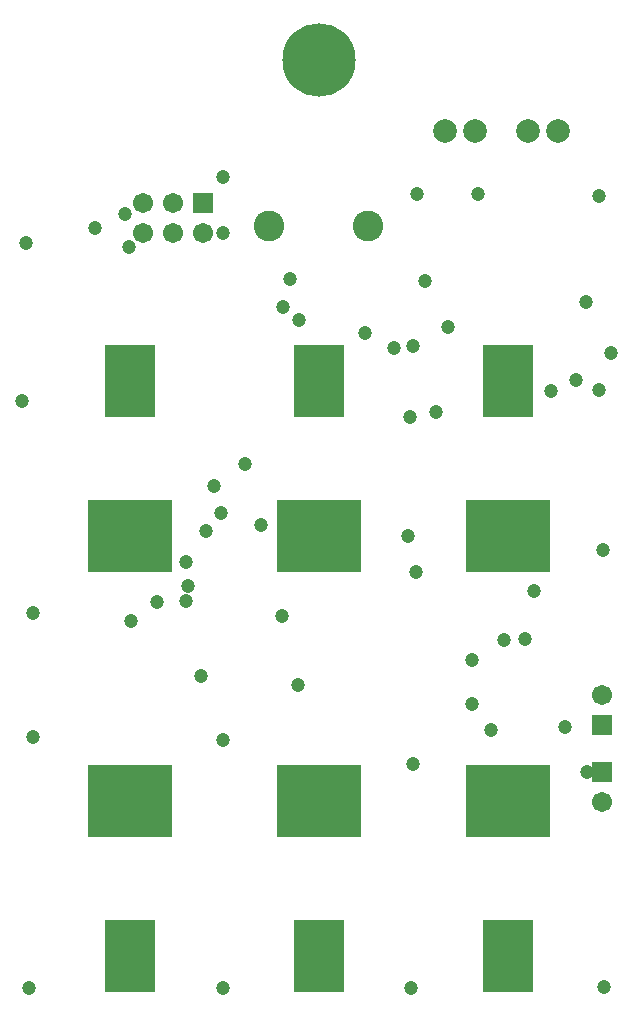
<source format=gts>
G04 Layer_Color=8388736*
%FSLAX43Y43*%
%MOMM*%
G71*
G01*
G75*
%ADD49R,4.203X6.203*%
%ADD50R,7.203X6.203*%
%ADD51C,2.003*%
%ADD52C,2.603*%
%ADD53R,1.703X1.703*%
%ADD54C,1.703*%
%ADD55R,1.703X1.703*%
%ADD56C,1.203*%
%ADD57C,6.203*%
D49*
X42000Y52820D02*
D03*
Y4180D02*
D03*
X26000D02*
D03*
Y52820D02*
D03*
X10000D02*
D03*
Y4180D02*
D03*
D50*
X42000Y39740D02*
D03*
Y17260D02*
D03*
X26000D02*
D03*
Y39740D02*
D03*
X10000D02*
D03*
Y17260D02*
D03*
D51*
X43730Y74000D02*
D03*
X46270D02*
D03*
X36730D02*
D03*
X39270D02*
D03*
D52*
X30200Y66000D02*
D03*
X21800D02*
D03*
D53*
X50000Y19750D02*
D03*
Y23700D02*
D03*
D54*
Y17210D02*
D03*
Y26240D02*
D03*
X16240Y65369D02*
D03*
X13700Y67909D02*
D03*
Y65369D02*
D03*
X11160Y67909D02*
D03*
Y65369D02*
D03*
D55*
X16240Y67909D02*
D03*
D56*
X14777Y34200D02*
D03*
X45650Y52004D02*
D03*
X47800Y52904D02*
D03*
X44200Y35050D02*
D03*
X32350Y55632D02*
D03*
X36975Y57429D02*
D03*
X33950Y55832D02*
D03*
X38950Y25500D02*
D03*
X34250Y36650D02*
D03*
X48730Y19750D02*
D03*
X38950Y29260D02*
D03*
X41700Y30925D02*
D03*
X43500Y31010D02*
D03*
X24227Y27100D02*
D03*
X10146Y32529D02*
D03*
X17941Y22450D02*
D03*
X50200Y1550D02*
D03*
X17900Y1500D02*
D03*
X33850D02*
D03*
X1500D02*
D03*
X49750Y68500D02*
D03*
X34000Y20400D02*
D03*
X1800Y22750D02*
D03*
X49750Y52100D02*
D03*
X17727Y41700D02*
D03*
X1250Y64529D02*
D03*
X50050Y38511D02*
D03*
X48600Y59554D02*
D03*
X34364Y68700D02*
D03*
X50774Y55200D02*
D03*
X39450Y68689D02*
D03*
X23550Y61474D02*
D03*
X33525Y39740D02*
D03*
X46850Y23590D02*
D03*
X9644Y67019D02*
D03*
X29900Y56900D02*
D03*
X40550Y23350D02*
D03*
X33750Y49850D02*
D03*
X35930Y50241D02*
D03*
X35000Y61363D02*
D03*
X7100Y65800D02*
D03*
X14963Y35500D02*
D03*
X21077Y40669D02*
D03*
X16477Y40201D02*
D03*
X14777Y37575D02*
D03*
X12300Y34150D02*
D03*
X16050Y27900D02*
D03*
X22877Y33000D02*
D03*
X1800Y33250D02*
D03*
X900Y51150D02*
D03*
X17150Y43950D02*
D03*
X19750Y45850D02*
D03*
X22950Y59100D02*
D03*
X24350Y58054D02*
D03*
X9950Y64200D02*
D03*
X17900Y65369D02*
D03*
Y70159D02*
D03*
D57*
X26000Y80000D02*
D03*
M02*

</source>
